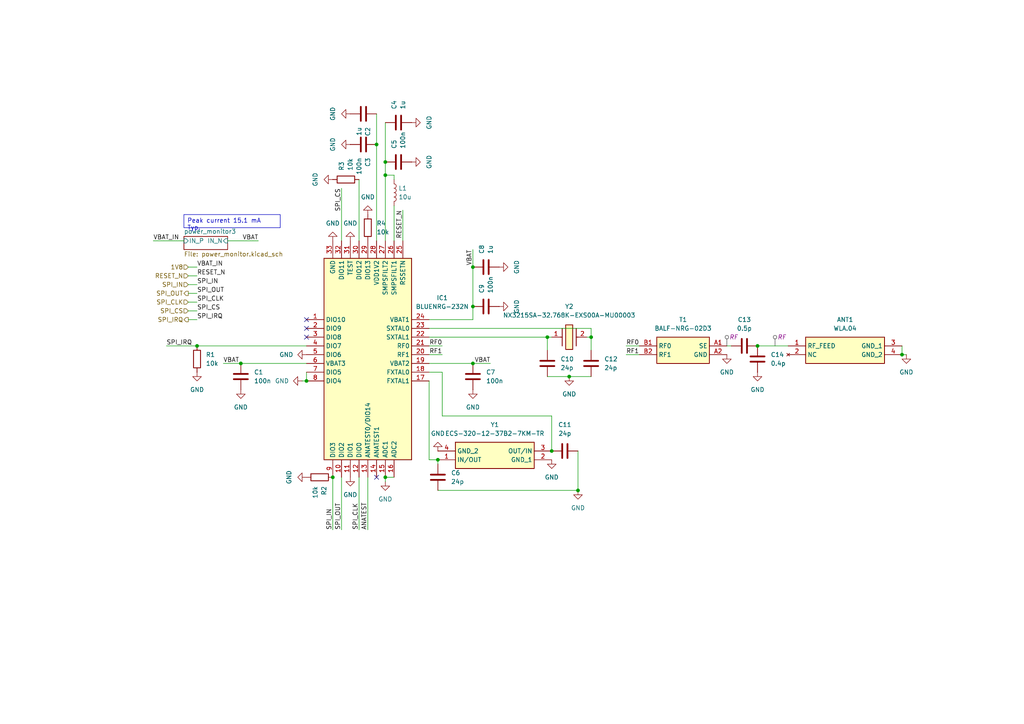
<source format=kicad_sch>
(kicad_sch (version 20231120) (generator "eeschema") (generator_version "8.0")
  (paper "A4")
  (title_block (title "Open Running Watch") (date "2024-04-12") (rev "0.1.0") (company "github.com/fuad1502/open-running-watch-hw"))
  (lib_symbols
    (symbol "BALF-NRG-02D3:BALF-NRG-02D3"
      (property "Reference" "T" (at 21.59 7.62 0))
      (property "Value" "BALF-NRG-02D3" (at 21.59 5.08 0))
      (symbol "BALF-NRG-02D3_1_1"
        (rectangle (start 5.08 2.54) (end 20.32 -5.08) (stroke (width 0.254)) (fill (type background)))
        (pin passive line (at 0 -2.54 0) (length 5.08) (name "SE") (number "A1"))
        (pin passive line (at 0 0 0) (length 5.08) (name "GND") (number "A2"))
        (pin passive line (at 25.4 -2.54 180) (length 5.08) (name "RF0") (number "B1"))
        (pin passive line (at 25.4 0 180) (length 5.08) (name "RF1") (number "B2"))
      )
    )
    (symbol "BLUENRG-232N:BLUENRG-232N"
      (property "Reference" "IC" (at 31.75 22.86 0))
      (property "Value" "BLUENRG-232N" (at 31.75 20.32 0))
      (symbol "BLUENRG-232N_1_1"
        (rectangle (start 5.08 17.78) (end 30.48 -40.64) (stroke (width 0.254)) (fill (type background)))
        (pin passive line (at 0 0 0) (length 5.08) (name "DIO10") (number "1"))
        (pin passive line (at 10.16 -45.72 90) (length 5.08) (name "DIO2") (number "10"))
        (pin passive line (at 12.7 -45.72 90) (length 5.08) (name "DIO1") (number "11"))
        (pin passive line (at 15.24 -45.72 90) (length 5.08) (name "DIO0") (number "12"))
        (pin passive line (at 17.78 -45.72 90) (length 5.08) (name "ANATEST0/DIO14") (number "13"))
        (pin passive line (at 20.32 -45.72 90) (length 5.08) (name "ANATEST1") (number "14"))
        (pin passive line (at 22.86 -45.72 90) (length 5.08) (name "ADC1") (number "15"))
        (pin passive line (at 25.4 -45.72 90) (length 5.08) (name "ADC2") (number "16"))
        (pin passive line (at 35.56 -17.78 180) (length 5.08) (name "FXTAL1") (number "17"))
        (pin passive line (at 35.56 -15.24 180) (length 5.08) (name "FXTAL0") (number "18"))
        (pin passive line (at 35.56 -12.7 180) (length 5.08) (name "VBAT2") (number "19"))
        (pin passive line (at 0 -2.54 0) (length 5.08) (name "DIO9") (number "2"))
        (pin passive line (at 35.56 -10.16 180) (length 5.08) (name "RF1") (number "20"))
        (pin passive line (at 35.56 -7.62 180) (length 5.08) (name "RF0") (number "21"))
        (pin passive line (at 35.56 -5.08 180) (length 5.08) (name "SXTAL1") (number "22"))
        (pin passive line (at 35.56 -2.54 180) (length 5.08) (name "SXTAL0") (number "23"))
        (pin passive line (at 35.56 0 180) (length 5.08) (name "VBAT1") (number "24"))
        (pin passive line (at 27.94 22.86 270) (length 5.08) (name "RSSETN") (number "25"))
        (pin passive line (at 25.4 22.86 270) (length 5.08) (name "SMPSFILT1") (number "26"))
        (pin passive line (at 22.86 22.86 270) (length 5.08) (name "SMPSFILT2") (number "27"))
        (pin passive line (at 20.32 22.86 270) (length 5.08) (name "VDD1V2") (number "28"))
        (pin passive line (at 17.78 22.86 270) (length 5.08) (name "DIO13") (number "29"))
        (pin passive line (at 0 -5.08 0) (length 5.08) (name "DIO8") (number "3"))
        (pin passive line (at 15.24 22.86 270) (length 5.08) (name "DIO12") (number "30"))
        (pin passive line (at 12.7 22.86 270) (length 5.08) (name "TEST") (number "31"))
        (pin passive line (at 10.16 22.86 270) (length 5.08) (name "DIO11") (number "32"))
        (pin passive line (at 7.62 22.86 270) (length 5.08) (name "GND") (number "33"))
        (pin passive line (at 0 -7.62 0) (length 5.08) (name "DIO7") (number "4"))
        (pin passive line (at 0 -10.16 0) (length 5.08) (name "DIO6") (number "5"))
        (pin passive line (at 0 -12.7 0) (length 5.08) (name "VBAT3") (number "6"))
        (pin passive line (at 0 -15.24 0) (length 5.08) (name "DIO5") (number "7"))
        (pin passive line (at 0 -17.78 0) (length 5.08) (name "DIO4") (number "8"))
        (pin passive line (at 7.62 -45.72 90) (length 5.08) (name "DIO3") (number "9"))
      )
    )
    (symbol "Device:C" (pin_numbers hide) (pin_names (offset 0.254))
      (property "Reference" "C" (at 0.635 2.54 0))
      (property "Value" "C" (at 0.635 -2.54 0))
      (symbol "C_0_1"
        (polyline (pts (xy -2.032 -0.762) (xy 2.032 -0.762)) (stroke (width 0.508)))
        (polyline (pts (xy -2.032 0.762) (xy 2.032 0.762)) (stroke (width 0.508)))
      )
      (symbol "C_1_1"
        (pin passive line (at 0 3.81 270) (length 2.794) (name "~") (number "1"))
        (pin passive line (at 0 -3.81 90) (length 2.794) (name "~") (number "2"))
      )
    )
    (symbol "Device:L" (pin_numbers hide) (pin_names (offset 1.016) hide)
      (property "Reference" "L" (at -1.27 0 90))
      (property "Value" "L" (at 1.905 0 90))
      (symbol "L_0_1"
        (arc (start 0 -2.54) (mid 0.6323 -1.905) (end 0 -1.27))
        (arc (start 0 -1.27) (mid 0.6323 -0.635) (end 0 0))
        (arc (start 0 0) (mid 0.6323 0.635) (end 0 1.27))
        (arc (start 0 1.27) (mid 0.6323 1.905) (end 0 2.54))
      )
      (symbol "L_1_1"
        (pin passive line (at 0 3.81 270) (length 1.27) (name "1") (number "1"))
        (pin passive line (at 0 -3.81 90) (length 1.27) (name "2") (number "2"))
      )
    )
    (symbol "Device:R" (pin_numbers hide) (pin_names (offset 0))
      (property "Reference" "R" (at 2.032 0 90))
      (property "Value" "R" (at 0 0 90))
      (symbol "R_0_1"
        (rectangle (start -1.016 -2.54) (end 1.016 2.54) (stroke (width 0.254)))
      )
      (symbol "R_1_1"
        (pin passive line (at 0 3.81 270) (length 1.27) (name "~") (number "1"))
        (pin passive line (at 0 -3.81 90) (length 1.27) (name "~") (number "2"))
      )
    )
    (symbol "ECS320:ECS-320-12-37B2-7KM-TR"
      (property "Reference" "Y" (at 29.21 7.62 0))
      (property "Value" "ECS-320-12-37B2-7KM-TR" (at 29.21 5.08 0))
      (symbol "ECS-320-12-37B2-7KM-TR_1_1"
        (rectangle (start 5.08 2.54) (end 27.94 -5.08) (stroke (width 0.254)) (fill (type background)))
        (pin passive line (at 0 -2.54 0) (length 5.08) (name "IN/OUT") (number "1"))
        (pin passive line (at 33.02 -2.54 180) (length 5.08) (name "GND_1") (number "2"))
        (pin passive line (at 33.02 0 180) (length 5.08) (name "OUT/IN") (number "3"))
        (pin passive line (at 0 0 0) (length 5.08) (name "GND_2") (number "4"))
      )
    )
    (symbol "NX3215SA:NX3215SA-32.768K-EXS00A-MU00003" (pin_names hide)
      (property "Reference" "Y" (at 8.89 6.35 0))
      (property "Value" "NX3215SA-32.768K-EXS00A-MU00003" (at 8.89 3.81 0))
      (symbol "NX3215SA-32.768K-EXS00A-MU00003_1_1"
        (polyline (pts (xy 3.048 0) (xy 2.54 0)) (stroke (width 0.254)))
        (polyline (pts (xy 3.048 2.54) (xy 3.048 -2.54)) (stroke (width 0.254)))
        (polyline (pts (xy 7.112 0) (xy 7.62 0)) (stroke (width 0.254)))
        (polyline (pts (xy 7.112 2.54) (xy 7.112 -2.54)) (stroke (width 0.254)))
        (rectangle (start 4.064 3.556) (end 6.096 -3.556) (stroke (width 0.254)) (fill (type background)))
        (pin passive line (at 0 0 0) (length 2.54) (name "1") (number "1"))
        (pin passive line (at 10.16 0 180) (length 2.54) (name "2") (number "2"))
      )
    )
    (symbol "WLA_04:WLA.04"
      (property "Reference" "ANT" (at 29.21 7.62 0))
      (property "Value" "WLA.04" (at 29.21 5.08 0))
      (symbol "WLA.04_1_1"
        (rectangle (start 5.08 2.54) (end 27.94 -5.08) (stroke (width 0.254)) (fill (type background)))
        (pin passive line (at 0 0 0) (length 5.08) (name "RF_FEED") (number "1"))
        (pin no_connect line (at 0 -2.54 0) (length 5.08) (name "NC") (number "2"))
        (pin passive line (at 33.02 0 180) (length 5.08) (name "GND_1") (number "3"))
        (pin passive line (at 33.02 -2.54 180) (length 5.08) (name "GND_2") (number "4"))
      )
    )
    (symbol "power:GND" (power) (pin_numbers hide) (pin_names (offset 0) hide)
      (property "Value" "GND" (at 0 -3.81 0))
      (symbol "GND_0_1"
        (polyline (pts (xy 0 0) (xy 0 -1.27) (xy 1.27 -1.27) (xy 0 -2.54) (xy -1.27 -1.27) (xy 0 -1.27)))
      )
      (symbol "GND_1_1"
        (pin power_in line (at 0 0 270) (length 0) (name "~") (number "1"))
      )
    )
  )
  (junction (at 137.16 88.9))
  (junction (at 219.71 100.33))
  (junction (at 96.52 138.43))
  (junction (at 167.64 142.24))
  (junction (at 137.16 105.41))
  (junction (at 88.9 110.49))
  (junction (at 111.76 46.99))
  (junction (at 261.62 102.87))
  (junction (at 160.02 130.81))
  (junction (at 158.75 97.79))
  (junction (at 165.1 109.22))
  (junction (at 127 133.35))
  (junction (at 111.76 138.43))
  (junction (at 111.76 50.8))
  (junction (at 171.45 97.79))
  (junction (at 69.85 105.41))
  (junction (at 57.15 100.33))
  (junction (at 109.22 41.91))
  (junction (at 137.16 77.47))
  (no_connect (at 109.22 138.43))
  (no_connect (at 88.9 97.79))
  (no_connect (at 88.9 95.25))
  (no_connect (at 88.9 92.71))
  (wire (pts (xy 111.76 35.56) (xy 111.76 46.99)))
  (wire (pts (xy 111.76 46.99) (xy 111.76 50.8)))
  (wire (pts (xy 137.16 72.39) (xy 137.16 77.47)))
  (wire (pts (xy 158.75 109.22) (xy 165.1 109.22)))
  (wire (pts (xy 210.82 100.33) (xy 212.09 100.33)))
  (wire (pts (xy 124.46 105.41) (xy 137.16 105.41)))
  (wire (pts (xy 181.61 100.33) (xy 185.42 100.33)))
  (wire (pts (xy 137.16 77.47) (xy 137.16 88.9)))
  (wire (pts (xy 137.16 105.41) (xy 142.24 105.41)))
  (wire (pts (xy 109.22 33.02) (xy 109.22 41.91)))
  (wire (pts (xy 127 133.35) (xy 127 134.62)))
  (wire (pts (xy 160.02 120.65) (xy 160.02 130.81)))
  (wire (pts (xy 54.61 85.09) (xy 57.15 85.09)))
  (wire (pts (xy 219.71 100.33) (xy 228.6 100.33)))
  (wire (pts (xy 124.46 107.95) (xy 128.27 107.95)))
  (wire (pts (xy 261.62 100.33) (xy 261.62 102.87)))
  (wire (pts (xy 128.27 107.95) (xy 128.27 120.65)))
  (wire (pts (xy 111.76 50.8) (xy 114.3 50.8)))
  (wire (pts (xy 48.26 100.33) (xy 57.15 100.33)))
  (wire (pts (xy 124.46 133.35) (xy 127 133.35)))
  (wire (pts (xy 88.9 107.95) (xy 88.9 110.49)))
  (wire (pts (xy 167.64 130.81) (xy 167.64 142.24)))
  (wire (pts (xy 114.3 50.8) (xy 114.3 52.07)))
  (wire (pts (xy 128.27 120.65) (xy 160.02 120.65)))
  (wire (pts (xy 111.76 50.8) (xy 111.76 69.85)))
  (wire (pts (xy 158.75 97.79) (xy 160.02 97.79)))
  (wire (pts (xy 66.04 69.85) (xy 74.93 69.85)))
  (wire (pts (xy 44.45 69.85) (xy 53.34 69.85)))
  (wire (pts (xy 54.61 77.47) (xy 57.15 77.47)))
  (wire (pts (xy 69.85 105.41) (xy 88.9 105.41)))
  (wire (pts (xy 111.76 138.43) (xy 114.3 138.43)))
  (wire (pts (xy 170.18 97.79) (xy 171.45 97.79)))
  (wire (pts (xy 158.75 97.79) (xy 158.75 101.6)))
  (wire (pts (xy 171.45 97.79) (xy 171.45 101.6)))
  (wire (pts (xy 127 142.24) (xy 167.64 142.24)))
  (wire (pts (xy 106.68 138.43) (xy 106.68 153.67)))
  (wire (pts (xy 54.61 82.55) (xy 57.15 82.55)))
  (wire (pts (xy 261.62 102.87) (xy 262.89 102.87)))
  (wire (pts (xy 64.77 105.41) (xy 69.85 105.41)))
  (wire (pts (xy 165.1 109.22) (xy 171.45 109.22)))
  (wire (pts (xy 116.84 60.96) (xy 116.84 69.85)))
  (wire (pts (xy 54.61 92.71) (xy 57.15 92.71)))
  (wire (pts (xy 124.46 110.49) (xy 124.46 133.35)))
  (wire (pts (xy 87.63 110.49) (xy 88.9 110.49)))
  (wire (pts (xy 124.46 95.25) (xy 171.45 95.25)))
  (wire (pts (xy 181.61 102.87) (xy 185.42 102.87)))
  (wire (pts (xy 114.3 59.69) (xy 114.3 69.85)))
  (wire (pts (xy 99.06 138.43) (xy 99.06 153.67)))
  (wire (pts (xy 137.16 88.9) (xy 137.16 92.71)))
  (wire (pts (xy 104.14 52.07) (xy 104.14 69.85)))
  (wire (pts (xy 57.15 100.33) (xy 88.9 100.33)))
  (wire (pts (xy 124.46 100.33) (xy 128.27 100.33)))
  (wire (pts (xy 96.52 138.43) (xy 96.52 153.67)))
  (wire (pts (xy 171.45 95.25) (xy 171.45 97.79)))
  (wire (pts (xy 124.46 92.71) (xy 137.16 92.71)))
  (wire (pts (xy 104.14 138.43) (xy 104.14 153.67)))
  (wire (pts (xy 111.76 139.7) (xy 111.76 138.43)))
  (wire (pts (xy 54.61 80.01) (xy 57.15 80.01)))
  (wire (pts (xy 124.46 102.87) (xy 128.27 102.87)))
  (wire (pts (xy 124.46 97.79) (xy 158.75 97.79)))
  (wire (pts (xy 99.06 54.61) (xy 99.06 69.85)))
  (wire (pts (xy 54.61 90.17) (xy 57.15 90.17)))
  (wire (pts (xy 109.22 41.91) (xy 109.22 69.85)))
  (wire (pts (xy 54.61 87.63) (xy 57.15 87.63)))
  (text_box "Peak current 15.1 mA Typ." (at 53.34 62.23 0) (size 27.94 3.81) (effects (font (size 1.27 1.27)) (justify left top)))
  (label "SPI_IRQ" (at 48.26 100.33 0))
  (label "RESET_N" (at 116.84 60.96 270))
  (label "SPI_OUT" (at 99.06 153.67 90))
  (label "RF0" (at 181.61 100.33 0))
  (label "RF1" (at 128.27 102.87 180))
  (label "VBAT" (at 137.16 72.39 270))
  (label "SPI_IRQ" (at 57.15 92.71 0))
  (label "VBAT" (at 74.93 69.85 180))
  (label "ANATEST" (at 106.68 153.67 90))
  (label "SPI_CS" (at 99.06 54.61 270))
  (label "RESET_N" (at 57.15 80.01 0))
  (label "SPI_CLK" (at 57.15 87.63 0))
  (label "RF0" (at 128.27 100.33 180))
  (label "VBAT_IN" (at 57.15 77.47 0))
  (label "SPI_IN" (at 96.52 153.67 90))
  (label "SPI_CS" (at 57.15 90.17 0))
  (label "VBAT_IN" (at 44.45 69.85 0))
  (label "RF1" (at 181.61 102.87 0))
  (label "SPI_OUT" (at 57.15 85.09 0))
  (label "SPI_IN" (at 57.15 82.55 0))
  (label "VBAT" (at 64.77 105.41 0))
  (label "VBAT" (at 142.24 105.41 180))
  (label "SPI_CLK" (at 104.14 153.67 90))
  (hierarchical_label "RESET_N" (shape input) (at 54.61 80.01 180))
  (hierarchical_label "1V8" (shape input) (at 54.61 77.47 180))
  (hierarchical_label "SPI_IN" (shape input) (at 54.61 82.55 180))
  (hierarchical_label "SPI_CS" (shape input) (at 54.61 90.17 180))
  (hierarchical_label "SPI_CLK" (shape input) (at 54.61 87.63 180))
  (hierarchical_label "SPI_OUT" (shape output) (at 54.61 85.09 180))
  (hierarchical_label "SPI_IRQ" (shape output) (at 54.61 92.71 180))
  (netclass_flag "" (length 2.54) (shape round) (at 210.82 100.33 0) (property "Netclass" "RF" (at 211.5185 97.79 0) (effects (font (italic yes)) (justify left))))
  (netclass_flag "" (length 2.54) (shape round) (at 224.79 100.33 0) (property "Netclass" "RF" (at 225.4885 97.79 0) (effects (font (italic yes)) (justify left))))
  (symbol (lib_id "power:GND") (at 219.71 107.95 0) (unit 1)
    (property "Reference" "#PWR024" (effects (hide yes)))
    (property "Value" "GND" (at 219.71 113.03 0))
    (property "Description" "Power symbol creates a global label with name \"GND\" , ground" (effects (hide yes)))
  )
  (symbol (lib_id "WLA_04:WLA.04") (at 228.6 100.33 0) (unit 1)
    (property "Reference" "ANT1" (at 245.11 92.71 0))
    (property "Value" "WLA.04" (at 245.11 95.25 0))
    (property "Footprint" "WLA.04:WLA04" (effects (hide yes)))
    (property "Datasheet" "https://componentsearchengine.com/Datasheets/2/WLA.04.pdf" (effects (hide yes)))
    (property "Description" "Antennas 2.4GHZ CHIP ANT" (effects (hide yes)))
    (property "Height" "0.4" (effects (hide yes)))
    (property "Mouser Part Number" "960-WLA.04" (effects (hide yes)))
    (property "Mouser Price/Stock" "https://www.mouser.co.uk/ProductDetail/Taoglas/WLA.04?qs=ST9lo4GX8V34sXHRwsnlCg%3D%3D" (effects (hide yes)))
    (property "Manufacturer_Name" "Taoglas" (effects (hide yes)))
    (property "Manufacturer_Part_Number" "WLA.04" (effects (hide yes)))
  )
  (symbol (lib_id "Device:C") (at 140.97 88.9 90) (unit 1)
    (property "Reference" "C9" (at 139.6999 85.09 0) (effects (justify left)))
    (property "Value" "100n" (at 142.2399 85.09 0) (effects (justify left)))
    (property "Footprint" "Capacitor_SMD:C_0402_1005Metric" (effects (hide yes)))
    (property "Description" "Unpolarized capacitor" (effects (hide yes)))
    (property "Manufacturer_Part_Number" "GRM155R71A104MA01D" (effects (hide yes)))
  )
  (symbol (lib_id "power:GND") (at 101.6 138.43 0) (unit 1)
    (property "Reference" "#PWR011" (effects (hide yes)))
    (property "Value" "GND" (at 101.6 143.51 0))
    (property "Description" "Power symbol creates a global label with name \"GND\" , ground" (effects (hide yes)))
  )
  (symbol (lib_id "NX3215SA:NX3215SA-32.768K-EXS00A-MU00003") (at 160.02 97.79 0) (unit 1)
    (property "Reference" "Y2" (at 165.1 88.9 0))
    (property "Value" "NX3215SA-32.768K-EXS00A-MU00003" (at 165.1 91.44 0))
    (property "Footprint" "NX3215SA:NX3215SA32768KEXS00AMU00003" (effects (hide yes)))
    (property "Datasheet" "https://media.digikey.com/pdf/Data%20Sheets/NDK%20PDFs/NX3215SA-32.768kHz-EXS00A-MU00003.pdf" (effects (hide yes)))
    (property "Description" "Crystals CRYSTAL 32.768KHZ 12.5PF SMD" (effects (hide yes)))
    (property "Height" "0.9" (effects (hide yes)))
    (property "Mouser Part Number" "344-NX3215SA32.768K3" (effects (hide yes)))
    (property "Mouser Price/Stock" "https://www.mouser.co.uk/ProductDetail/NDK/NX3215SA-32.768K-EXS00A-MU00003?qs=w%2Fv1CP2dgqrE9YNksyAN9A%3D%3D" (effects (hide yes)))
    (property "Manufacturer_Name" "NDK" (effects (hide yes)))
    (property "Manufacturer_Part_Number" "NX3215SA-32.768K-EXS00A-MU00003" (effects (hide yes)))
  )
  (symbol (lib_id "power:GND") (at 262.89 102.87 0) (unit 1)
    (property "Reference" "#PWR025" (effects (hide yes)))
    (property "Value" "GND" (at 262.89 107.95 0))
    (property "Description" "Power symbol creates a global label with name \"GND\" , ground" (effects (hide yes)))
  )
  (symbol (lib_id "Device:C") (at 158.75 105.41 0) (unit 1)
    (property "Reference" "C10" (at 162.56 104.1399 0) (effects (justify left)))
    (property "Value" "24p" (at 162.56 106.6799 0) (effects (justify left)))
    (property "Footprint" "Capacitor_SMD:C_0402_1005Metric" (effects (hide yes)))
    (property "Description" "Unpolarized capacitor" (effects (hide yes)))
    (property "Manufacturer_Part_Number" "GRT1555C1H240FA02D" (effects (hide yes)))
  )
  (symbol (lib_id "Device:C") (at 69.85 109.22 0) (unit 1)
    (property "Reference" "C1" (at 73.66 107.9499 0) (effects (justify left)))
    (property "Value" "100n" (at 73.66 110.4899 0) (effects (justify left)))
    (property "Footprint" "Capacitor_SMD:C_0402_1005Metric" (effects (hide yes)))
    (property "Description" "Unpolarized capacitor" (effects (hide yes)))
    (property "Manufacturer_Part_Number" "GRM155R71A104MA01D" (effects (hide yes)))
  )
  (symbol (lib_id "Device:C") (at 105.41 41.91 270) (unit 1)
    (property "Reference" "C3" (at 106.6801 45.72 0) (effects (justify left)))
    (property "Value" "100n" (at 104.1401 45.72 0) (effects (justify left)))
    (property "Footprint" "Capacitor_SMD:C_0402_1005Metric" (effects (hide yes)))
    (property "Description" "Unpolarized capacitor" (effects (hide yes)))
    (property "Manufacturer_Part_Number" "GRM155R71A104MA01D" (effects (hide yes)))
  )
  (symbol (lib_id "Device:C") (at 105.41 33.02 270) (unit 1)
    (property "Reference" "C2" (at 106.6801 36.83 0) (effects (justify left)))
    (property "Value" "1u" (at 104.1401 36.83 0) (effects (justify left)))
    (property "Footprint" "Capacitor_SMD:C_0603_1608Metric" (effects (hide yes)))
    (property "Description" "Unpolarized capacitor" (effects (hide yes)))
    (property "Manufacturer_Part_Number" "C0603C105K4RACTU" (effects (hide yes)))
  )
  (symbol (lib_id "ECS320:ECS-320-12-37B2-7KM-TR") (at 127 130.81 0) (unit 1)
    (property "Reference" "Y1" (at 143.51 123.19 0))
    (property "Value" "ECS-320-12-37B2-7KM-TR" (at 143.51 125.73 0))
    (property "Footprint" "ECS-320:ECS3201237B27KMTR" (effects (hide yes)))
    (property "Datasheet" "https://ecsxtal.com/store/pdf/ECX-1637B2.pdf" (effects (hide yes)))
    (property "Description" "Crystals 32.000 MHz 12 pF +/-7 +/-10 -20 +70 C +/-2 ppm Max. ESR = 50" (effects (hide yes)))
    (property "Height" "0.5" (effects (hide yes)))
    (property "Mouser Part Number" "520-320-12-37B27KMTR" (effects (hide yes)))
    (property "Mouser Price/Stock" "https://www.mouser.co.uk/ProductDetail/ECS/ECS-320-12-37B2-7KM-TR?qs=QNEnbhJQKvahKyi369P0oQ%3D%3D" (effects (hide yes)))
    (property "Manufacturer_Name" "ECS" (effects (hide yes)))
    (property "Manufacturer_Part_Number" "ECS-320-12-37B2-7KM-TR" (effects (hide yes)))
  )
  (symbol (lib_id "power:GND") (at 160.02 133.35 0) (unit 1)
    (property "Reference" "#PWR020" (effects (hide yes)))
    (property "Value" "GND" (at 160.02 138.43 0))
    (property "Description" "Power symbol creates a global label with name \"GND\" , ground" (effects (hide yes)))
  )
  (symbol (lib_id "Device:C") (at 127 138.43 0) (unit 1)
    (property "Reference" "C6" (at 130.81 137.1599 0) (effects (justify left)))
    (property "Value" "24p" (at 130.81 139.6999 0) (effects (justify left)))
    (property "Footprint" "Capacitor_SMD:C_0402_1005Metric" (effects (hide yes)))
    (property "Description" "Unpolarized capacitor" (effects (hide yes)))
    (property "Manufacturer_Part_Number" "GRT1555C1H240FA02D" (effects (hide yes)))
  )
  (symbol (lib_id "power:GND") (at 96.52 69.85 180) (unit 1)
    (property "Reference" "#PWR07" (effects (hide yes)))
    (property "Value" "GND" (at 96.52 64.77 0))
    (property "Description" "Power symbol creates a global label with name \"GND\" , ground" (effects (hide yes)))
  )
  (symbol (lib_id "power:GND") (at 111.76 139.7 0) (unit 1)
    (property "Reference" "#PWR013" (effects (hide yes)))
    (property "Value" "GND" (at 111.76 144.78 0))
    (property "Description" "Power symbol creates a global label with name \"GND\" , ground" (effects (hide yes)))
  )
  (symbol (lib_id "power:GND") (at 101.6 41.91 270) (unit 1)
    (property "Reference" "#PWR09" (effects (hide yes)))
    (property "Value" "GND" (at 96.52 41.91 0))
    (property "Description" "Power symbol creates a global label with name \"GND\" , ground" (effects (hide yes)))
  )
  (symbol (lib_id "power:GND") (at 57.15 107.95 0) (unit 1)
    (property "Reference" "#PWR01" (effects (hide yes)))
    (property "Value" "GND" (at 57.15 113.03 0))
    (property "Description" "Power symbol creates a global label with name \"GND\" , ground" (effects (hide yes)))
  )
  (symbol (lib_id "power:GND") (at 106.68 62.23 180) (unit 1)
    (property "Reference" "#PWR012" (effects (hide yes)))
    (property "Value" "GND" (at 106.68 57.15 0))
    (property "Description" "Power symbol creates a global label with name \"GND\" , ground" (effects (hide yes)))
  )
  (symbol (lib_id "Device:C") (at 115.57 35.56 90) (unit 1)
    (property "Reference" "C4" (at 114.2999 31.75 0) (effects (justify left)))
    (property "Value" "1u" (at 116.8399 31.75 0) (effects (justify left)))
    (property "Footprint" "Capacitor_SMD:C_0603_1608Metric" (effects (hide yes)))
    (property "Description" "Unpolarized capacitor" (effects (hide yes)))
    (property "Manufacturer_Part_Number" "C0603C105K4RACTU" (effects (hide yes)))
  )
  (symbol (lib_id "Device:C") (at 163.83 130.81 90) (unit 1)
    (property "Reference" "C11" (at 163.83 123.19 90))
    (property "Value" "24p" (at 163.83 125.73 90))
    (property "Footprint" "Capacitor_SMD:C_0402_1005Metric" (effects (hide yes)))
    (property "Description" "Unpolarized capacitor" (effects (hide yes)))
    (property "Manufacturer_Part_Number" "GRT1555C1H240FA02D" (effects (hide yes)))
  )
  (symbol (lib_id "Device:R") (at 106.68 66.04 0) (unit 1)
    (property "Reference" "R4" (at 109.22 64.7699 0) (effects (justify left)))
    (property "Value" "10k" (at 109.22 67.3099 0) (effects (justify left)))
    (property "Footprint" "Resistor_SMD:R_0402_1005Metric" (effects (hide yes)))
    (property "Description" "Resistor" (effects (hide yes)))
    (property "Manufacturer_Part_Number" "RC0402JR-0710KP" (effects (hide yes)))
  )
  (symbol (lib_id "power:GND") (at 144.78 77.47 90) (unit 1)
    (property "Reference" "#PWR018" (effects (hide yes)))
    (property "Value" "GND" (at 149.86 77.47 0))
    (property "Description" "Power symbol creates a global label with name \"GND\" , ground" (effects (hide yes)))
  )
  (symbol (lib_id "Device:C") (at 140.97 77.47 90) (unit 1)
    (property "Reference" "C8" (at 139.6999 73.66 0) (effects (justify left)))
    (property "Value" "1u" (at 142.2399 73.66 0) (effects (justify left)))
    (property "Footprint" "Capacitor_SMD:C_0603_1608Metric" (effects (hide yes)))
    (property "Description" "Unpolarized capacitor" (effects (hide yes)))
    (property "Manufacturer_Part_Number" "C0603C105K4RACTU" (effects (hide yes)))
  )
  (symbol (lib_id "Device:C") (at 115.57 46.99 90) (unit 1)
    (property "Reference" "C5" (at 114.2999 43.18 0) (effects (justify left)))
    (property "Value" "100n" (at 116.8399 43.18 0) (effects (justify left)))
    (property "Footprint" "Capacitor_SMD:C_0402_1005Metric" (effects (hide yes)))
    (property "Description" "Unpolarized capacitor" (effects (hide yes)))
    (property "Manufacturer_Part_Number" "GRM155R71A104MA01D" (effects (hide yes)))
  )
  (symbol (lib_id "BALF-NRG-02D3:BALF-NRG-02D3") (at 210.82 102.87 180) (unit 1)
    (property "Reference" "T1" (at 198.12 92.71 0))
    (property "Value" "BALF-NRG-02D3" (at 198.12 95.25 0))
    (property "Footprint" "BALF-NRG-02D3:BALFNRG02D3" (effects (hide yes)))
    (property "Datasheet" "http://www.st.com/content/ccc/resource/technical/document/datasheet/group3/51/4f/c4/19/79/13/4a/ad/DM00408204/files/DM00408204.pdf/jcr:content/translations/en.DM00408204.pdf" (effects (hide yes)))
    (property "Description" "STMICROELECTRONICS - BALF-NRG-02D3 - BALUN TRANSFORMER, 2.4-2.5GHZ, CSP-4" (effects (hide yes)))
    (property "Height" "0.69" (effects (hide yes)))
    (property "Mouser Part Number" "511-BALF-NRG-02D3" (effects (hide yes)))
    (property "Mouser Price/Stock" "https://www.mouser.co.uk/ProductDetail/STMicroelectronics/BALF-NRG-02D3?qs=HXFqYaX1Q2xLsBhtpLzvmQ%3D%3D" (effects (hide yes)))
    (property "Manufacturer_Name" "STMicroelectronics" (effects (hide yes)))
    (property "Manufacturer_Part_Number" "BALF-NRG-02D3" (effects (hide yes)))
  )
  (symbol (lib_id "power:GND") (at 69.85 113.03 0) (unit 1)
    (property "Reference" "#PWR02" (effects (hide yes)))
    (property "Value" "GND" (at 69.85 118.11 0))
    (property "Description" "Power symbol creates a global label with name \"GND\" , ground" (effects (hide yes)))
  )
  (symbol (lib_id "Device:L") (at 114.3 55.88 0) (unit 1)
    (property "Reference" "L1" (at 115.57 54.6099 0) (effects (justify left)))
    (property "Value" "10u" (at 115.57 57.1499 0) (effects (justify left)))
    (property "Footprint" "Inductor_SMD:L_0805_2012Metric" (effects (hide yes)))
    (property "Description" "Inductor" (effects (hide yes)))
    (property "Manufacturer_Part_Number" "MLZ2012N100LT000" (effects (hide yes)))
  )
  (symbol (lib_id "power:GND") (at 96.52 52.07 270) (unit 1)
    (property "Reference" "#PWR06" (effects (hide yes)))
    (property "Value" "GND" (at 91.44 52.07 0))
    (property "Description" "Power symbol creates a global label with name \"GND\" , ground" (effects (hide yes)))
  )
  (symbol (lib_id "power:GND") (at 119.38 46.99 90) (unit 1)
    (property "Reference" "#PWR015" (effects (hide yes)))
    (property "Value" "GND" (at 124.46 46.99 0))
    (property "Description" "Power symbol creates a global label with name \"GND\" , ground" (effects (hide yes)))
  )
  (symbol (lib_id "power:GND") (at 144.78 88.9 90) (unit 1)
    (property "Reference" "#PWR019" (effects (hide yes)))
    (property "Value" "GND" (at 149.86 88.9 0))
    (property "Description" "Power symbol creates a global label with name \"GND\" , ground" (effects (hide yes)))
  )
  (symbol (lib_id "BLUENRG-232N:BLUENRG-232N") (at 88.9 92.71 0) (unit 1)
    (property "Reference" "IC1" (at 128.27 86.3914 0))
    (property "Value" "BLUENRG-232N" (at 128.27 88.9314 0))
    (property "Footprint" "BLUENRG-232N:QFN50P500X500X100-33N-D" (effects (hide yes)))
    (property "Datasheet" "https://www.arrow.com/en/products/bluenrg-232n/stmicroelectronics" (effects (hide yes)))
    (property "Description" "RF System on a Chip - SoC LOW POWER RF" (effects (hide yes)))
    (property "Height" "1" (effects (hide yes)))
    (property "Mouser Part Number" "511-BLUENRG-232N" (effects (hide yes)))
    (property "Mouser Price/Stock" "https://www.mouser.co.uk/ProductDetail/STMicroelectronics/BLUENRG-232N?qs=yqaQSyyJnNjO1TvsHOVaBQ%3D%3D" (effects (hide yes)))
    (property "Manufacturer_Name" "STMicroelectronics" (effects (hide yes)))
    (property "Manufacturer_Part_Number" "BLUENRG-232N" (effects (hide yes)))
  )
  (symbol (lib_id "power:GND") (at 167.64 142.24 0) (unit 1)
    (property "Reference" "#PWR022" (effects (hide yes)))
    (property "Value" "GND" (at 167.64 147.32 0))
    (property "Description" "Power symbol creates a global label with name \"GND\" , ground" (effects (hide yes)))
  )
  (symbol (lib_id "power:GND") (at 101.6 33.02 270) (unit 1)
    (property "Reference" "#PWR08" (effects (hide yes)))
    (property "Value" "GND" (at 96.52 33.02 0))
    (property "Description" "Power symbol creates a global label with name \"GND\" , ground" (effects (hide yes)))
  )
  (symbol (lib_id "Device:C") (at 215.9 100.33 90) (unit 1)
    (property "Reference" "C13" (at 215.9 92.71 90))
    (property "Value" "0.5p" (at 215.9 95.25 90))
    (property "Footprint" "Capacitor_SMD:C_0402_1005Metric" (effects (hide yes)))
    (property "Description" "Unpolarized capacitor" (effects (hide yes)))
    (property "Manufacturer_Part_Number" "GCQ1555C1HR50CB01D" (effects (hide yes)))
  )
  (symbol (lib_id "power:GND") (at 127 130.81 180) (unit 1)
    (property "Reference" "#PWR016" (effects (hide yes)))
    (property "Value" "GND" (at 127 125.73 0))
    (property "Description" "Power symbol creates a global label with name \"GND\" , ground" (effects (hide yes)))
  )
  (symbol (lib_id "power:GND") (at 88.9 102.87 270) (unit 1)
    (property "Reference" "#PWR04" (effects (hide yes)))
    (property "Value" "GND" (at 85.09 102.8699 90) (effects (justify right)))
    (property "Description" "Power symbol creates a global label with name \"GND\" , ground" (effects (hide yes)))
  )
  (symbol (lib_id "Device:R") (at 100.33 52.07 90) (unit 1)
    (property "Reference" "R3" (at 99.0599 49.53 0) (effects (justify left)))
    (property "Value" "10k" (at 101.5999 49.53 0) (effects (justify left)))
    (property "Footprint" "Resistor_SMD:R_0402_1005Metric" (effects (hide yes)))
    (property "Description" "Resistor" (effects (hide yes)))
    (property "Manufacturer_Part_Number" "RC0402JR-0710KP" (effects (hide yes)))
  )
  (symbol (lib_id "power:GND") (at 87.63 110.49 270) (unit 1)
    (property "Reference" "#PWR03" (effects (hide yes)))
    (property "Value" "GND" (at 83.82 110.4899 90) (effects (justify right)))
    (property "Description" "Power symbol creates a global label with name \"GND\" , ground" (effects (hide yes)))
  )
  (symbol (lib_id "power:GND") (at 88.9 138.43 270) (unit 1)
    (property "Reference" "#PWR05" (effects (hide yes)))
    (property "Value" "GND" (at 83.82 138.43 0))
    (property "Description" "Power symbol creates a global label with name \"GND\" , ground" (effects (hide yes)))
  )
  (symbol (lib_id "power:GND") (at 137.16 113.03 0) (unit 1)
    (property "Reference" "#PWR017" (effects (hide yes)))
    (property "Value" "GND" (at 137.16 118.11 0))
    (property "Description" "Power symbol creates a global label with name \"GND\" , ground" (effects (hide yes)))
  )
  (symbol (lib_id "Device:C") (at 171.45 105.41 0) (unit 1)
    (property "Reference" "C12" (at 175.26 104.1399 0) (effects (justify left)))
    (property "Value" "24p" (at 175.26 106.6799 0) (effects (justify left)))
    (property "Footprint" "Capacitor_SMD:C_0402_1005Metric" (effects (hide yes)))
    (property "Description" "Unpolarized capacitor" (effects (hide yes)))
    (property "Manufacturer_Part_Number" "GRT1555C1H240FA02D" (effects (hide yes)))
  )
  (symbol (lib_id "Device:R") (at 57.15 104.14 0) (unit 1)
    (property "Reference" "R1" (at 59.69 102.8699 0) (effects (justify left)))
    (property "Value" "10k" (at 59.69 105.4099 0) (effects (justify left)))
    (property "Footprint" "Resistor_SMD:R_0402_1005Metric" (effects (hide yes)))
    (property "Description" "Resistor" (effects (hide yes)))
    (property "Manufacturer_Part_Number" "RC0402JR-0710KP" (effects (hide yes)))
  )
  (symbol (lib_id "power:GND") (at 119.38 35.56 90) (unit 1)
    (property "Reference" "#PWR014" (effects (hide yes)))
    (property "Value" "GND" (at 124.46 35.56 0))
    (property "Description" "Power symbol creates a global label with name \"GND\" , ground" (effects (hide yes)))
  )
  (symbol (lib_id "Device:C") (at 137.16 109.22 0) (unit 1)
    (property "Reference" "C7" (at 140.97 107.9499 0) (effects (justify left)))
    (property "Value" "100n" (at 140.97 110.4899 0) (effects (justify left)))
    (property "Footprint" "Capacitor_SMD:C_0402_1005Metric" (effects (hide yes)))
    (property "Description" "Unpolarized capacitor" (effects (hide yes)))
    (property "Manufacturer_Part_Number" "GRM155R71A104MA01D" (effects (hide yes)))
  )
  (symbol (lib_id "Device:C") (at 219.71 104.14 0) (unit 1)
    (property "Reference" "C14" (at 223.52 102.8699 0) (effects (justify left)))
    (property "Value" "0.4p" (at 223.52 105.4099 0) (effects (justify left)))
    (property "Footprint" "Capacitor_SMD:C_0402_1005Metric" (effects (hide yes)))
    (property "Description" "Unpolarized capacitor" (effects (hide yes)))
    (property "Manufacturer_Part_Number" "GCQ1555C1HR40CB01D" (effects (hide yes)))
  )
  (symbol (lib_id "power:GND") (at 165.1 109.22 0) (unit 1)
    (property "Reference" "#PWR021" (effects (hide yes)))
    (property "Value" "GND" (at 165.1 114.3 0))
    (property "Description" "Power symbol creates a global label with name \"GND\" , ground" (effects (hide yes)))
  )
  (symbol (lib_id "power:GND") (at 101.6 69.85 180) (unit 1)
    (property "Reference" "#PWR010" (effects (hide yes)))
    (property "Value" "GND" (at 101.6 64.77 0))
    (property "Description" "Power symbol creates a global label with name \"GND\" , ground" (effects (hide yes)))
  )
  (symbol (lib_id "Device:R") (at 92.71 138.43 270) (unit 1)
    (property "Reference" "R2" (at 93.9801 140.97 0) (effects (justify left)))
    (property "Value" "10k" (at 91.4401 140.97 0) (effects (justify left)))
    (property "Footprint" "Resistor_SMD:R_0402_1005Metric" (effects (hide yes)))
    (property "Description" "Resistor" (effects (hide yes)))
    (property "Manufacturer_Part_Number" "RC0402JR-0710KP" (effects (hide yes)))
  )
  (symbol (lib_id "power:GND") (at 210.82 102.87 0) (unit 1)
    (property "Reference" "#PWR023" (effects (hide yes)))
    (property "Value" "GND" (at 210.82 107.95 0))
    (property "Description" "Power symbol creates a global label with name \"GND\" , ground" (effects (hide yes)))
  )
  (sheet (at 53.34 68.58) (size 12.7 3.81) (stroke (width 0.1524))
    (property "Sheetname" "power_monitor3" (at 53.34 67.8684 0) (effects (justify left bottom)))
    (property "Sheetfile" "power_monitor.kicad_sch" (at 53.34 72.9746 0) (effects (justify left top)))
    (pin "IN_P" input (at 53.34 69.85 180))
    (pin "IN_N" input (at 66.04 69.85 0))
  )
)
</source>
